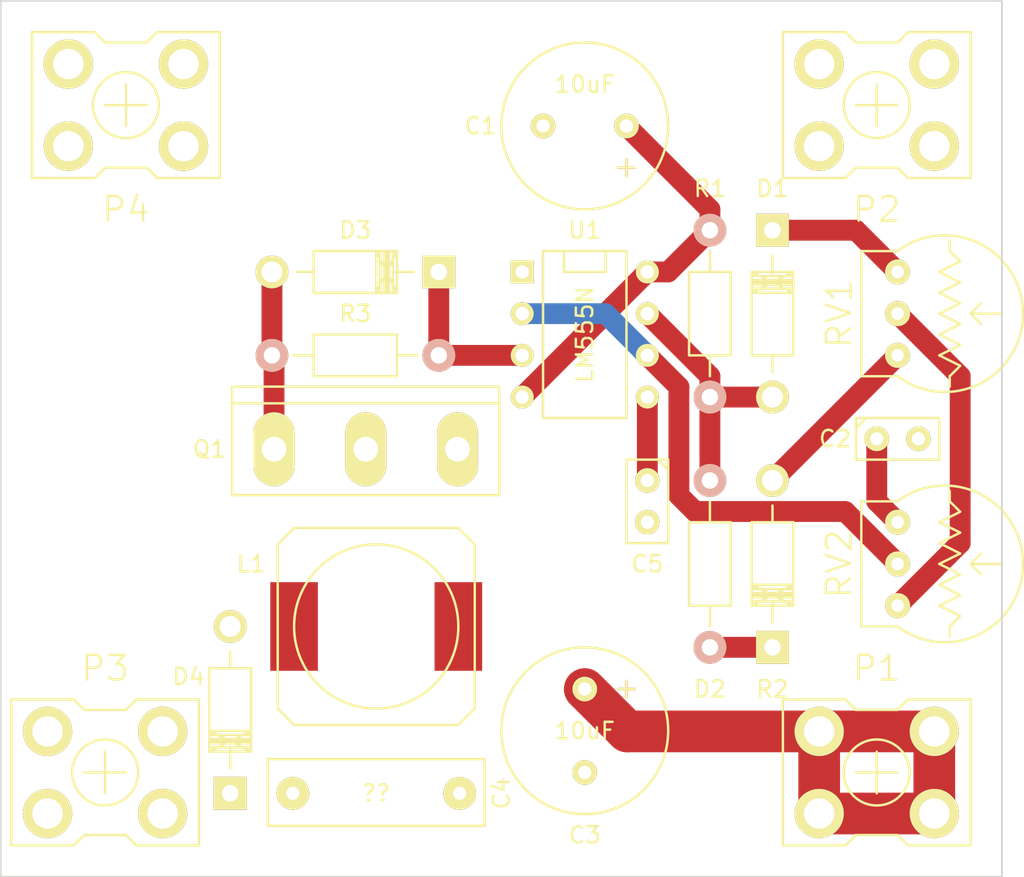
<source format=kicad_pcb>
(kicad_pcb (version 4) (host pcbnew 0.201502181246+5430~21~ubuntu14.04.1-product)

  (general
    (links 45)
    (no_connects 0)
    (area 71.161001 52.019999 142.589011 105.460001)
    (thickness 1.6)
    (drawings 4)
    (tracks 37)
    (zones 0)
    (modules 21)
    (nets 15)
  )

  (page A4)
  (layers
    (0 F.Cu signal)
    (31 B.Cu signal)
    (32 B.Adhes user)
    (33 F.Adhes user)
    (34 B.Paste user)
    (35 F.Paste user)
    (36 B.SilkS user)
    (37 F.SilkS user)
    (38 B.Mask user)
    (39 F.Mask user)
    (40 Dwgs.User user)
    (41 Cmts.User user)
    (42 Eco1.User user)
    (43 Eco2.User user)
    (44 Edge.Cuts user)
    (45 Margin user)
    (46 B.CrtYd user)
    (47 F.CrtYd user)
    (48 B.Fab user)
    (49 F.Fab user)
  )

  (setup
    (last_trace_width 0.254)
    (user_trace_width 1.27)
    (user_trace_width 2.54)
    (trace_clearance 0.254)
    (zone_clearance 0.508)
    (zone_45_only yes)
    (trace_min 0.254)
    (segment_width 0.2)
    (edge_width 0.1)
    (via_size 0.889)
    (via_drill 0.635)
    (via_min_size 0.889)
    (via_min_drill 0.508)
    (uvia_size 0.508)
    (uvia_drill 0.127)
    (uvias_allowed no)
    (uvia_min_size 0.508)
    (uvia_min_drill 0.127)
    (pcb_text_width 0.3)
    (pcb_text_size 1.5 1.5)
    (mod_edge_width 0.15)
    (mod_text_size 1 1)
    (mod_text_width 0.15)
    (pad_size 1.5 1.5)
    (pad_drill 0.6)
    (pad_to_mask_clearance 0)
    (aux_axis_origin 0 0)
    (visible_elements FFFFFF7F)
    (pcbplotparams
      (layerselection 0x010f0_80000001)
      (usegerberextensions false)
      (excludeedgelayer true)
      (linewidth 0.100000)
      (plotframeref false)
      (viasonmask false)
      (mode 1)
      (useauxorigin false)
      (hpglpennumber 1)
      (hpglpenspeed 20)
      (hpglpendiameter 15)
      (hpglpenoverlay 2)
      (psnegative false)
      (psa4output false)
      (plotreference true)
      (plotvalue true)
      (plotinvisibletext false)
      (padsonsilk false)
      (subtractmaskfromsilk false)
      (outputformat 1)
      (mirror false)
      (drillshape 0)
      (scaleselection 1)
      (outputdirectory /home/quasar/dev/boards/testboarddelete/boost_regulator_simple/gerbers/))
  )

  (net 0 "")
  (net 1 GND)
  (net 2 VCC)
  (net 3 "Net-(C2-Pad1)")
  (net 4 "Net-(C5-Pad1)")
  (net 5 "Net-(D1-Pad1)")
  (net 6 "Net-(D1-Pad2)")
  (net 7 "Net-(D2-Pad1)")
  (net 8 "Net-(D2-Pad2)")
  (net 9 "Net-(D3-Pad2)")
  (net 10 "Net-(RV1-Pad2)")
  (net 11 "Net-(RV2-Pad2)")
  (net 12 /BOOST_OUT)
  (net 13 "Net-(D3-Pad1)")
  (net 14 "Net-(D4-Pad1)")

  (net_class Default "This is the default net class."
    (clearance 0.254)
    (trace_width 0.254)
    (via_dia 0.889)
    (via_drill 0.635)
    (uvia_dia 0.508)
    (uvia_drill 0.127)
    (add_net /BOOST_OUT)
    (add_net GND)
    (add_net "Net-(C2-Pad1)")
    (add_net "Net-(C5-Pad1)")
    (add_net "Net-(D1-Pad1)")
    (add_net "Net-(D1-Pad2)")
    (add_net "Net-(D2-Pad1)")
    (add_net "Net-(D2-Pad2)")
    (add_net "Net-(D3-Pad1)")
    (add_net "Net-(D3-Pad2)")
    (add_net "Net-(D4-Pad1)")
    (add_net "Net-(RV1-Pad2)")
    (add_net "Net-(RV2-Pad2)")
    (add_net VCC)
  )

  (module Capacitors_Elko_ThroughHole:Elko_vert_20x10mm_RM5 (layer F.Cu) (tedit 5454A3C5) (tstamp 54F14C63)
    (at 118.11 59.69 180)
    (descr "Electrolytic Capacitor, vertical, diameter 10mm, RM 5mm, radial,")
    (tags "Electrolytic Capacitor, vertical, diameter 10mm, RM 5mm, Elko, Electrolytkondensator, Kondensator gepolt, Durchmesser 10mm, radial,")
    (path /54F15B73)
    (fp_text reference C1 (at 8.89 0 180) (layer F.SilkS)
      (effects (font (size 1 1) (thickness 0.15)))
    )
    (fp_text value 10uF (at 2.54 2.54 180) (layer F.SilkS)
      (effects (font (size 1 1) (thickness 0.15)))
    )
    (fp_line (start 0 -3.048) (end 0 -2.032) (layer F.SilkS) (width 0.15))
    (fp_line (start -0.508 -2.54) (end 0.508 -2.54) (layer F.SilkS) (width 0.15))
    (fp_line (start -0.508 -2.54) (end 0.508 -2.54) (layer F.Cu) (width 0.15))
    (fp_line (start 0 -3.048) (end 0 -2.032) (layer F.Cu) (width 0.15))
    (fp_circle (center 2.54 0) (end 7.62 0) (layer F.SilkS) (width 0.15))
    (pad 2 thru_hole circle (at 5.08 0 180) (size 1.50114 1.50114) (drill 0.8001) (layers *.Cu *.Mask F.SilkS)
      (net 1 GND))
    (pad 1 thru_hole circle (at 0 0 180) (size 1.50114 1.50114) (drill 0.8001) (layers *.Cu *.Mask F.SilkS)
      (net 2 VCC))
    (model Capacitors_Elko_ThroughHole/Elko_vert_20x10mm_RM5.wrl
      (at (xyz 0 0 0))
      (scale (xyz 1 1 1))
      (rotate (xyz 0 0 0))
    )
  )

  (module Capacitors_ThroughHole:Capacitor3MMDiscRM2.5 (layer F.Cu) (tedit 54F14C31) (tstamp 54F14F7D)
    (at 134.62 78.74)
    (descr Capacitor3MMDiscRM2.5)
    (tags C)
    (path /54F132E5)
    (fp_text reference C2 (at -3.81 0) (layer F.SilkS)
      (effects (font (size 1 1) (thickness 0.15)))
    )
    (fp_text value 1uF (at 0 -2.286) (layer F.SilkS) hide
      (effects (font (size 1 1) (thickness 0.15)))
    )
    (fp_line (start -2.4892 -1.27) (end 2.54 -1.27) (layer F.SilkS) (width 0.15))
    (fp_line (start 2.54 -1.27) (end 2.54 1.27) (layer F.SilkS) (width 0.15))
    (fp_line (start 2.54 1.27) (end -2.54 1.27) (layer F.SilkS) (width 0.15))
    (fp_line (start -2.54 1.27) (end -2.54 -1.27) (layer F.SilkS) (width 0.15))
    (fp_line (start -2.54 -0.635) (end -1.905 -1.27) (layer F.SilkS) (width 0.15))
    (pad 1 thru_hole circle (at -1.27 0) (size 1.50114 1.50114) (drill 0.8001) (layers *.Cu *.Mask F.SilkS)
      (net 3 "Net-(C2-Pad1)"))
    (pad 2 thru_hole circle (at 1.27 0) (size 1.50114 1.50114) (drill 0.8001) (layers *.Cu *.Mask F.SilkS)
      (net 1 GND))
    (model Capacitors_ThroughHole/Capacitor3MMDiscRM2.5.wrl
      (at (xyz 0 0 0))
      (scale (xyz 1 1 1))
      (rotate (xyz 0 0 0))
    )
  )

  (module Capacitors_Elko_ThroughHole:Elko_vert_20x10mm_RM5 (layer F.Cu) (tedit 5454A3C5) (tstamp 54F21881)
    (at 115.57 93.98 270)
    (descr "Electrolytic Capacitor, vertical, diameter 10mm, RM 5mm, radial,")
    (tags "Electrolytic Capacitor, vertical, diameter 10mm, RM 5mm, Elko, Electrolytkondensator, Kondensator gepolt, Durchmesser 10mm, radial,")
    (path /54F1478F)
    (fp_text reference C3 (at 8.89 0 360) (layer F.SilkS)
      (effects (font (size 1 1) (thickness 0.15)))
    )
    (fp_text value 10uF (at 2.54 0 360) (layer F.SilkS)
      (effects (font (size 1 1) (thickness 0.15)))
    )
    (fp_line (start 0 -3.048) (end 0 -2.032) (layer F.SilkS) (width 0.15))
    (fp_line (start -0.508 -2.54) (end 0.508 -2.54) (layer F.SilkS) (width 0.15))
    (fp_line (start -0.508 -2.54) (end 0.508 -2.54) (layer F.Cu) (width 0.15))
    (fp_line (start 0 -3.048) (end 0 -2.032) (layer F.Cu) (width 0.15))
    (fp_circle (center 2.54 0) (end 7.62 0) (layer F.SilkS) (width 0.15))
    (pad 2 thru_hole circle (at 5.08 0 270) (size 1.50114 1.50114) (drill 0.8001) (layers *.Cu *.Mask F.SilkS)
      (net 1 GND))
    (pad 1 thru_hole circle (at 0 0 270) (size 1.50114 1.50114) (drill 0.8001) (layers *.Cu *.Mask F.SilkS)
      (net 2 VCC))
    (model Capacitors_Elko_ThroughHole/Elko_vert_20x10mm_RM5.wrl
      (at (xyz 0 0 0))
      (scale (xyz 1 1 1))
      (rotate (xyz 0 0 0))
    )
  )

  (module Capacitors_ThroughHole:Capacitor3MMDiscRM2.5 (layer F.Cu) (tedit 54F14C31) (tstamp 54F14C7B)
    (at 119.38 82.55 270)
    (descr Capacitor3MMDiscRM2.5)
    (tags C)
    (path /54F13206)
    (fp_text reference C5 (at 3.81 0 360) (layer F.SilkS)
      (effects (font (size 1 1) (thickness 0.15)))
    )
    (fp_text value 0.01uF (at 0 -2.286 270) (layer F.SilkS) hide
      (effects (font (size 1 1) (thickness 0.15)))
    )
    (fp_line (start -2.4892 -1.27) (end 2.54 -1.27) (layer F.SilkS) (width 0.15))
    (fp_line (start 2.54 -1.27) (end 2.54 1.27) (layer F.SilkS) (width 0.15))
    (fp_line (start 2.54 1.27) (end -2.54 1.27) (layer F.SilkS) (width 0.15))
    (fp_line (start -2.54 1.27) (end -2.54 -1.27) (layer F.SilkS) (width 0.15))
    (fp_line (start -2.54 -0.635) (end -1.905 -1.27) (layer F.SilkS) (width 0.15))
    (pad 1 thru_hole circle (at -1.27 0 270) (size 1.50114 1.50114) (drill 0.8001) (layers *.Cu *.Mask F.SilkS)
      (net 4 "Net-(C5-Pad1)"))
    (pad 2 thru_hole circle (at 1.27 0 270) (size 1.50114 1.50114) (drill 0.8001) (layers *.Cu *.Mask F.SilkS)
      (net 1 GND))
    (model Capacitors_ThroughHole/Capacitor3MMDiscRM2.5.wrl
      (at (xyz 0 0 0))
      (scale (xyz 1 1 1))
      (rotate (xyz 0 0 0))
    )
  )

  (module Diodes_ThroughHole:Diode_DO-41_SOD81_Horizontal_RM10 (layer F.Cu) (tedit 54F14C31) (tstamp 54F14C81)
    (at 127 71.12 90)
    (descr "Diode, DO-41, SOD81, Horizontal, RM 10mm,")
    (tags "Diode, DO-41, SOD81, Horizontal, RM 10mm, 1N4007, SB140,")
    (path /54F152B2)
    (fp_text reference D1 (at 7.62 0 180) (layer F.SilkS)
      (effects (font (size 1 1) (thickness 0.15)))
    )
    (fp_text value DIODE (at -1.016 -3.556 90) (layer F.SilkS) hide
      (effects (font (size 1 1) (thickness 0.15)))
    )
    (fp_line (start -2.54 0) (end -3.556 0) (layer F.SilkS) (width 0.15))
    (fp_line (start 2.286 0) (end 3.556 0) (layer F.SilkS) (width 0.15))
    (fp_line (start 2.032 -1.27) (end 2.032 1.27) (layer F.SilkS) (width 0.15))
    (fp_line (start 1.778 -1.27) (end 1.778 1.27) (layer F.SilkS) (width 0.15))
    (fp_line (start 1.524 -1.27) (end 1.524 1.27) (layer F.SilkS) (width 0.15))
    (fp_line (start 2.286 -1.27) (end 2.286 1.27) (layer F.SilkS) (width 0.15))
    (fp_line (start 1.27 -1.27) (end 2.54 1.27) (layer F.SilkS) (width 0.15))
    (fp_line (start 2.54 -1.27) (end 1.27 1.27) (layer F.SilkS) (width 0.15))
    (fp_line (start 1.27 -1.27) (end 1.27 1.27) (layer F.SilkS) (width 0.15))
    (fp_line (start 1.905 -1.27) (end 1.905 1.27) (layer F.SilkS) (width 0.15))
    (fp_line (start 2.54 1.27) (end 2.54 -1.27) (layer F.SilkS) (width 0.15))
    (fp_line (start 2.54 -1.27) (end -2.54 -1.27) (layer F.SilkS) (width 0.15))
    (fp_line (start -2.54 -1.27) (end -2.54 1.27) (layer F.SilkS) (width 0.15))
    (fp_line (start -2.54 1.27) (end 2.54 1.27) (layer F.SilkS) (width 0.15))
    (pad 1 thru_hole circle (at -5.08 0 90) (size 1.99898 1.99898) (drill 1.27) (layers *.Cu *.Mask F.SilkS)
      (net 5 "Net-(D1-Pad1)"))
    (pad 2 thru_hole rect (at 5.08 0 90) (size 1.99898 1.99898) (drill 1.00076) (layers *.Cu *.Mask F.SilkS)
      (net 6 "Net-(D1-Pad2)"))
  )

  (module Diodes_ThroughHole:Diode_DO-41_SOD81_Horizontal_RM10 (layer F.Cu) (tedit 54F14C31) (tstamp 54F14C87)
    (at 127 86.36 270)
    (descr "Diode, DO-41, SOD81, Horizontal, RM 10mm,")
    (tags "Diode, DO-41, SOD81, Horizontal, RM 10mm, 1N4007, SB140,")
    (path /54F1519E)
    (fp_text reference D2 (at 7.62 3.81 360) (layer F.SilkS)
      (effects (font (size 1 1) (thickness 0.15)))
    )
    (fp_text value DIODE (at -1.016 -3.556 270) (layer F.SilkS) hide
      (effects (font (size 1 1) (thickness 0.15)))
    )
    (fp_line (start -2.54 0) (end -3.556 0) (layer F.SilkS) (width 0.15))
    (fp_line (start 2.286 0) (end 3.556 0) (layer F.SilkS) (width 0.15))
    (fp_line (start 2.032 -1.27) (end 2.032 1.27) (layer F.SilkS) (width 0.15))
    (fp_line (start 1.778 -1.27) (end 1.778 1.27) (layer F.SilkS) (width 0.15))
    (fp_line (start 1.524 -1.27) (end 1.524 1.27) (layer F.SilkS) (width 0.15))
    (fp_line (start 2.286 -1.27) (end 2.286 1.27) (layer F.SilkS) (width 0.15))
    (fp_line (start 1.27 -1.27) (end 2.54 1.27) (layer F.SilkS) (width 0.15))
    (fp_line (start 2.54 -1.27) (end 1.27 1.27) (layer F.SilkS) (width 0.15))
    (fp_line (start 1.27 -1.27) (end 1.27 1.27) (layer F.SilkS) (width 0.15))
    (fp_line (start 1.905 -1.27) (end 1.905 1.27) (layer F.SilkS) (width 0.15))
    (fp_line (start 2.54 1.27) (end 2.54 -1.27) (layer F.SilkS) (width 0.15))
    (fp_line (start 2.54 -1.27) (end -2.54 -1.27) (layer F.SilkS) (width 0.15))
    (fp_line (start -2.54 -1.27) (end -2.54 1.27) (layer F.SilkS) (width 0.15))
    (fp_line (start -2.54 1.27) (end 2.54 1.27) (layer F.SilkS) (width 0.15))
    (pad 1 thru_hole circle (at -5.08 0 270) (size 1.99898 1.99898) (drill 1.27) (layers *.Cu *.Mask F.SilkS)
      (net 7 "Net-(D2-Pad1)"))
    (pad 2 thru_hole rect (at 5.08 0 270) (size 1.99898 1.99898) (drill 1.00076) (layers *.Cu *.Mask F.SilkS)
      (net 8 "Net-(D2-Pad2)"))
  )

  (module Diodes_ThroughHole:Diode_DO-41_SOD81_Horizontal_RM10 (layer F.Cu) (tedit 54F14C31) (tstamp 54F14C8D)
    (at 101.6 68.58)
    (descr "Diode, DO-41, SOD81, Horizontal, RM 10mm,")
    (tags "Diode, DO-41, SOD81, Horizontal, RM 10mm, 1N4007, SB140,")
    (path /54F17EE6)
    (fp_text reference D3 (at 0 -2.54) (layer F.SilkS)
      (effects (font (size 1 1) (thickness 0.15)))
    )
    (fp_text value DIODE (at -1.016 -3.556) (layer F.SilkS) hide
      (effects (font (size 1 1) (thickness 0.15)))
    )
    (fp_line (start -2.54 0) (end -3.556 0) (layer F.SilkS) (width 0.15))
    (fp_line (start 2.286 0) (end 3.556 0) (layer F.SilkS) (width 0.15))
    (fp_line (start 2.032 -1.27) (end 2.032 1.27) (layer F.SilkS) (width 0.15))
    (fp_line (start 1.778 -1.27) (end 1.778 1.27) (layer F.SilkS) (width 0.15))
    (fp_line (start 1.524 -1.27) (end 1.524 1.27) (layer F.SilkS) (width 0.15))
    (fp_line (start 2.286 -1.27) (end 2.286 1.27) (layer F.SilkS) (width 0.15))
    (fp_line (start 1.27 -1.27) (end 2.54 1.27) (layer F.SilkS) (width 0.15))
    (fp_line (start 2.54 -1.27) (end 1.27 1.27) (layer F.SilkS) (width 0.15))
    (fp_line (start 1.27 -1.27) (end 1.27 1.27) (layer F.SilkS) (width 0.15))
    (fp_line (start 1.905 -1.27) (end 1.905 1.27) (layer F.SilkS) (width 0.15))
    (fp_line (start 2.54 1.27) (end 2.54 -1.27) (layer F.SilkS) (width 0.15))
    (fp_line (start 2.54 -1.27) (end -2.54 -1.27) (layer F.SilkS) (width 0.15))
    (fp_line (start -2.54 -1.27) (end -2.54 1.27) (layer F.SilkS) (width 0.15))
    (fp_line (start -2.54 1.27) (end 2.54 1.27) (layer F.SilkS) (width 0.15))
    (pad 1 thru_hole circle (at -5.08 0) (size 1.99898 1.99898) (drill 1.27) (layers *.Cu *.Mask F.SilkS)
      (net 13 "Net-(D3-Pad1)"))
    (pad 2 thru_hole rect (at 5.08 0) (size 1.99898 1.99898) (drill 1.00076) (layers *.Cu *.Mask F.SilkS)
      (net 9 "Net-(D3-Pad2)"))
  )

  (module Diodes_ThroughHole:Diode_DO-41_SOD81_Horizontal_RM10 (layer F.Cu) (tedit 54F14C31) (tstamp 54F2929E)
    (at 93.98 95.25 270)
    (descr "Diode, DO-41, SOD81, Horizontal, RM 10mm,")
    (tags "Diode, DO-41, SOD81, Horizontal, RM 10mm, 1N4007, SB140,")
    (path /54F13CD4)
    (fp_text reference D4 (at -2.032 2.54 360) (layer F.SilkS)
      (effects (font (size 1 1) (thickness 0.15)))
    )
    (fp_text value DIODE (at -1.016 -3.556 270) (layer F.SilkS) hide
      (effects (font (size 1 1) (thickness 0.15)))
    )
    (fp_line (start -2.54 0) (end -3.556 0) (layer F.SilkS) (width 0.15))
    (fp_line (start 2.286 0) (end 3.556 0) (layer F.SilkS) (width 0.15))
    (fp_line (start 2.032 -1.27) (end 2.032 1.27) (layer F.SilkS) (width 0.15))
    (fp_line (start 1.778 -1.27) (end 1.778 1.27) (layer F.SilkS) (width 0.15))
    (fp_line (start 1.524 -1.27) (end 1.524 1.27) (layer F.SilkS) (width 0.15))
    (fp_line (start 2.286 -1.27) (end 2.286 1.27) (layer F.SilkS) (width 0.15))
    (fp_line (start 1.27 -1.27) (end 2.54 1.27) (layer F.SilkS) (width 0.15))
    (fp_line (start 2.54 -1.27) (end 1.27 1.27) (layer F.SilkS) (width 0.15))
    (fp_line (start 1.27 -1.27) (end 1.27 1.27) (layer F.SilkS) (width 0.15))
    (fp_line (start 1.905 -1.27) (end 1.905 1.27) (layer F.SilkS) (width 0.15))
    (fp_line (start 2.54 1.27) (end 2.54 -1.27) (layer F.SilkS) (width 0.15))
    (fp_line (start 2.54 -1.27) (end -2.54 -1.27) (layer F.SilkS) (width 0.15))
    (fp_line (start -2.54 -1.27) (end -2.54 1.27) (layer F.SilkS) (width 0.15))
    (fp_line (start -2.54 1.27) (end 2.54 1.27) (layer F.SilkS) (width 0.15))
    (pad 1 thru_hole circle (at -5.08 0 270) (size 1.99898 1.99898) (drill 1.27) (layers *.Cu *.Mask F.SilkS)
      (net 14 "Net-(D4-Pad1)"))
    (pad 2 thru_hole rect (at 5.08 0 270) (size 1.99898 1.99898) (drill 1.00076) (layers *.Cu *.Mask F.SilkS)
      (net 12 /BOOST_OUT))
  )

  (module Inductors:SELF-WE-PD-XXL (layer F.Cu) (tedit 54F2A0AF) (tstamp 54F222A3)
    (at 102.87 90.17 180)
    (descr "SELF- WE-PD-XXL")
    (path /54F1393D)
    (attr smd)
    (fp_text reference L1 (at 7.62 3.81 360) (layer F.SilkS)
      (effects (font (size 1 1) (thickness 0.15)))
    )
    (fp_text value INDUCTOR (at 1.80086 0 270) (layer F.SilkS) hide
      (effects (font (size 1 1) (thickness 0.15)))
    )
    (fp_circle (center 0 0) (end 0 -5.00126) (layer F.SilkS) (width 0.15))
    (fp_line (start -5.99948 0) (end -5.99948 -5.00126) (layer F.SilkS) (width 0.15))
    (fp_line (start -5.99948 -5.00126) (end -5.00126 -5.99948) (layer F.SilkS) (width 0.15))
    (fp_line (start -5.00126 -5.99948) (end 5.00126 -5.99948) (layer F.SilkS) (width 0.15))
    (fp_line (start 5.00126 -5.99948) (end 5.99948 -5.00126) (layer F.SilkS) (width 0.15))
    (fp_line (start 5.99948 -5.00126) (end 5.99948 5.00126) (layer F.SilkS) (width 0.15))
    (fp_line (start 5.99948 5.00126) (end 5.00126 5.99948) (layer F.SilkS) (width 0.15))
    (fp_line (start 5.00126 5.99948) (end -5.00126 5.99948) (layer F.SilkS) (width 0.15))
    (fp_line (start -5.00126 5.99948) (end -5.99948 5.00126) (layer F.SilkS) (width 0.15))
    (fp_line (start -5.99948 5.00126) (end -5.99948 0) (layer F.SilkS) (width 0.15))
    (fp_text user "" (at 0 0 180) (layer F.SilkS)
      (effects (font (size 1 1) (thickness 0.15)))
    )
    (fp_text user "" (at 0 0 180) (layer F.SilkS)
      (effects (font (size 1 1) (thickness 0.15)))
    )
    (pad 1 smd rect (at -5.00126 0 180) (size 2.90068 5.40004) (layers F.Cu F.Paste F.Mask)
      (net 2 VCC))
    (pad 2 smd rect (at 5.00126 0 180) (size 2.90068 5.40004) (layers F.Cu F.Paste F.Mask)
      (net 14 "Net-(D4-Pad1)"))
    (model Inductors/SELF-WE-PD-XXL.wrl
      (at (xyz 0 0 0))
      (scale (xyz 1 1 1))
      (rotate (xyz 0 0 0))
    )
  )

  (module Resistors_ThroughHole:Resistor_Horizontal_RM10mm (layer F.Cu) (tedit 53F56209) (tstamp 54F14CA6)
    (at 123.19 71.12 270)
    (descr "Resistor, Axial,  RM 10mm, 1/3W,")
    (tags "Resistor, Axial, RM 10mm, 1/3W,")
    (path /54F15933)
    (fp_text reference R1 (at -7.62 0 360) (layer F.SilkS)
      (effects (font (size 1 1) (thickness 0.15)))
    )
    (fp_text value 1k (at 3.81 3.81 270) (layer F.SilkS) hide
      (effects (font (size 1 1) (thickness 0.15)))
    )
    (fp_line (start -2.54 -1.27) (end 2.54 -1.27) (layer F.SilkS) (width 0.15))
    (fp_line (start 2.54 -1.27) (end 2.54 1.27) (layer F.SilkS) (width 0.15))
    (fp_line (start 2.54 1.27) (end -2.54 1.27) (layer F.SilkS) (width 0.15))
    (fp_line (start -2.54 1.27) (end -2.54 -1.27) (layer F.SilkS) (width 0.15))
    (fp_line (start -2.54 0) (end -3.81 0) (layer F.SilkS) (width 0.15))
    (fp_line (start 2.54 0) (end 3.81 0) (layer F.SilkS) (width 0.15))
    (pad 1 thru_hole circle (at -5.08 0 270) (size 1.99898 1.99898) (drill 1.00076) (layers *.Cu *.SilkS *.Mask)
      (net 2 VCC))
    (pad 2 thru_hole circle (at 5.08 0 270) (size 1.99898 1.99898) (drill 1.00076) (layers *.Cu *.SilkS *.Mask)
      (net 5 "Net-(D1-Pad1)"))
    (model Resistors_ThroughHole/Resistor_Horizontal_RM10mm.wrl
      (at (xyz 0 0 0))
      (scale (xyz 0.4 0.4 0.4))
      (rotate (xyz 0 0 0))
    )
  )

  (module Resistors_ThroughHole:Resistor_Horizontal_RM10mm (layer F.Cu) (tedit 53F56209) (tstamp 54F14CAC)
    (at 123.19 86.36 270)
    (descr "Resistor, Axial,  RM 10mm, 1/3W,")
    (tags "Resistor, Axial, RM 10mm, 1/3W,")
    (path /54F1572E)
    (fp_text reference R2 (at 7.62 -3.81 360) (layer F.SilkS)
      (effects (font (size 1 1) (thickness 0.15)))
    )
    (fp_text value 1k (at 3.81 3.81 270) (layer F.SilkS) hide
      (effects (font (size 1 1) (thickness 0.15)))
    )
    (fp_line (start -2.54 -1.27) (end 2.54 -1.27) (layer F.SilkS) (width 0.15))
    (fp_line (start 2.54 -1.27) (end 2.54 1.27) (layer F.SilkS) (width 0.15))
    (fp_line (start 2.54 1.27) (end -2.54 1.27) (layer F.SilkS) (width 0.15))
    (fp_line (start -2.54 1.27) (end -2.54 -1.27) (layer F.SilkS) (width 0.15))
    (fp_line (start -2.54 0) (end -3.81 0) (layer F.SilkS) (width 0.15))
    (fp_line (start 2.54 0) (end 3.81 0) (layer F.SilkS) (width 0.15))
    (pad 1 thru_hole circle (at -5.08 0 270) (size 1.99898 1.99898) (drill 1.00076) (layers *.Cu *.SilkS *.Mask)
      (net 5 "Net-(D1-Pad1)"))
    (pad 2 thru_hole circle (at 5.08 0 270) (size 1.99898 1.99898) (drill 1.00076) (layers *.Cu *.SilkS *.Mask)
      (net 8 "Net-(D2-Pad2)"))
    (model Resistors_ThroughHole/Resistor_Horizontal_RM10mm.wrl
      (at (xyz 0 0 0))
      (scale (xyz 0.4 0.4 0.4))
      (rotate (xyz 0 0 0))
    )
  )

  (module Resistors_ThroughHole:Resistor_Horizontal_RM10mm (layer F.Cu) (tedit 53F56209) (tstamp 54F14CB2)
    (at 101.6 73.66)
    (descr "Resistor, Axial,  RM 10mm, 1/3W,")
    (tags "Resistor, Axial, RM 10mm, 1/3W,")
    (path /54F17D7F)
    (fp_text reference R3 (at 0 -2.54) (layer F.SilkS)
      (effects (font (size 1 1) (thickness 0.15)))
    )
    (fp_text value 1k (at 3.81 3.81) (layer F.SilkS) hide
      (effects (font (size 1 1) (thickness 0.15)))
    )
    (fp_line (start -2.54 -1.27) (end 2.54 -1.27) (layer F.SilkS) (width 0.15))
    (fp_line (start 2.54 -1.27) (end 2.54 1.27) (layer F.SilkS) (width 0.15))
    (fp_line (start 2.54 1.27) (end -2.54 1.27) (layer F.SilkS) (width 0.15))
    (fp_line (start -2.54 1.27) (end -2.54 -1.27) (layer F.SilkS) (width 0.15))
    (fp_line (start -2.54 0) (end -3.81 0) (layer F.SilkS) (width 0.15))
    (fp_line (start 2.54 0) (end 3.81 0) (layer F.SilkS) (width 0.15))
    (pad 1 thru_hole circle (at -5.08 0) (size 1.99898 1.99898) (drill 1.00076) (layers *.Cu *.SilkS *.Mask)
      (net 13 "Net-(D3-Pad1)"))
    (pad 2 thru_hole circle (at 5.08 0) (size 1.99898 1.99898) (drill 1.00076) (layers *.Cu *.SilkS *.Mask)
      (net 9 "Net-(D3-Pad2)"))
    (model Resistors_ThroughHole/Resistor_Horizontal_RM10mm.wrl
      (at (xyz 0 0 0))
      (scale (xyz 0.4 0.4 0.4))
      (rotate (xyz 0 0 0))
    )
  )

  (module Sockets_DIP:DIP-8__300 (layer F.Cu) (tedit 54F14C2F) (tstamp 54F14CCC)
    (at 115.57 72.39 270)
    (descr "8 pins DIL package, round pads")
    (tags DIL)
    (path /54F12BC5)
    (fp_text reference U1 (at -6.35 0 360) (layer F.SilkS)
      (effects (font (size 1 1) (thickness 0.15)))
    )
    (fp_text value LM555N (at 0 0 270) (layer F.SilkS)
      (effects (font (size 1 1) (thickness 0.15)))
    )
    (fp_line (start -5.08 -1.27) (end -3.81 -1.27) (layer F.SilkS) (width 0.15))
    (fp_line (start -3.81 -1.27) (end -3.81 1.27) (layer F.SilkS) (width 0.15))
    (fp_line (start -3.81 1.27) (end -5.08 1.27) (layer F.SilkS) (width 0.15))
    (fp_line (start -5.08 -2.54) (end 5.08 -2.54) (layer F.SilkS) (width 0.15))
    (fp_line (start 5.08 -2.54) (end 5.08 2.54) (layer F.SilkS) (width 0.15))
    (fp_line (start 5.08 2.54) (end -5.08 2.54) (layer F.SilkS) (width 0.15))
    (fp_line (start -5.08 2.54) (end -5.08 -2.54) (layer F.SilkS) (width 0.15))
    (pad 1 thru_hole rect (at -3.81 3.81 270) (size 1.397 1.397) (drill 0.8128) (layers *.Cu *.Mask F.SilkS)
      (net 1 GND))
    (pad 2 thru_hole circle (at -1.27 3.81 270) (size 1.397 1.397) (drill 0.8128) (layers *.Cu *.Mask F.SilkS)
      (net 11 "Net-(RV2-Pad2)"))
    (pad 3 thru_hole circle (at 1.27 3.81 270) (size 1.397 1.397) (drill 0.8128) (layers *.Cu *.Mask F.SilkS)
      (net 9 "Net-(D3-Pad2)"))
    (pad 4 thru_hole circle (at 3.81 3.81 270) (size 1.397 1.397) (drill 0.8128) (layers *.Cu *.Mask F.SilkS)
      (net 2 VCC))
    (pad 5 thru_hole circle (at 3.81 -3.81 270) (size 1.397 1.397) (drill 0.8128) (layers *.Cu *.Mask F.SilkS)
      (net 4 "Net-(C5-Pad1)"))
    (pad 6 thru_hole circle (at 1.27 -3.81 270) (size 1.397 1.397) (drill 0.8128) (layers *.Cu *.Mask F.SilkS)
      (net 11 "Net-(RV2-Pad2)"))
    (pad 7 thru_hole circle (at -1.27 -3.81 270) (size 1.397 1.397) (drill 0.8128) (layers *.Cu *.Mask F.SilkS)
      (net 5 "Net-(D1-Pad1)"))
    (pad 8 thru_hole circle (at -3.81 -3.81 270) (size 1.397 1.397) (drill 0.8128) (layers *.Cu *.Mask F.SilkS)
      (net 2 VCC))
    (model Sockets_DIP/DIP-8__300.wrl
      (at (xyz 0 0 0))
      (scale (xyz 1 1 1))
      (rotate (xyz 0 0 0))
    )
  )

  (module Capacitors_ThroughHole:Capacitor13x4RM10 (layer F.Cu) (tedit 54F14F28) (tstamp 54F14F37)
    (at 102.87 100.33)
    (descr "Capacitor non pol, 13x4mm")
    (path /54F1FE3F)
    (fp_text reference C4 (at 7.62 0 90) (layer F.SilkS)
      (effects (font (size 1 1) (thickness 0.15)))
    )
    (fp_text value ?? (at 0 0) (layer F.SilkS)
      (effects (font (size 1 1) (thickness 0.15)))
    )
    (fp_line (start 6.604 1.9812) (end -6.604 1.9812) (layer F.SilkS) (width 0.15))
    (fp_line (start -6.604 -2.0828) (end 6.604 -2.0828) (layer F.SilkS) (width 0.15))
    (fp_line (start 6.604 1.9812) (end 6.604 -2.0828) (layer F.SilkS) (width 0.15))
    (fp_line (start -6.604 -2.0828) (end -6.604 1.9812) (layer F.SilkS) (width 0.15))
    (pad 1 thru_hole circle (at -5.08 0) (size 1.99898 1.99898) (drill 0.8001) (layers *.Cu *.Mask F.SilkS)
      (net 12 /BOOST_OUT))
    (pad 2 thru_hole circle (at 5.08 0) (size 1.99898 1.99898) (drill 0.8001) (layers *.Cu *.Mask F.SilkS)
      (net 1 GND))
    (model Capacitors_ThroughHole/Capacitor13x4RM10.wrl
      (at (xyz 0 0 0))
      (scale (xyz 1 1 1))
      (rotate (xyz 0 0 0))
    )
  )

  (module NQBit:Screw_Terminal_x1 (layer F.Cu) (tedit 54F21EB5) (tstamp 54F2757B)
    (at 133.35 99.06 90)
    (descr http://www.digikey.com/product-detail/en/7693/7693K-ND/151562)
    (path /54F2CBF9)
    (fp_text reference P1 (at 6.35 0 180) (layer F.SilkS)
      (effects (font (size 1.5 1.5) (thickness 0.15)))
    )
    (fp_text value CONN_01X01 (at 0 -7.62 90) (layer F.Fab) hide
      (effects (font (size 1.5 1.5) (thickness 0.15)))
    )
    (fp_line (start -1.27 0) (end 1.27 0) (layer F.SilkS) (width 0.15))
    (fp_line (start 0 1.27) (end 0 -1.27) (layer F.SilkS) (width 0.15))
    (fp_circle (center 0 0) (end 1.905 0.635) (layer F.SilkS) (width 0.15))
    (fp_line (start -4.445 -1.905) (end -3.81 -1.27) (layer F.SilkS) (width 0.15))
    (fp_line (start -3.81 -1.27) (end -3.81 1.27) (layer F.SilkS) (width 0.15))
    (fp_line (start -3.81 1.27) (end -4.445 1.905) (layer F.SilkS) (width 0.15))
    (fp_line (start 4.445 1.905) (end 3.81 1.27) (layer F.SilkS) (width 0.15))
    (fp_line (start 3.81 1.27) (end 3.81 -1.27) (layer F.SilkS) (width 0.15))
    (fp_line (start 3.81 -1.27) (end 4.445 -1.905) (layer F.SilkS) (width 0.15))
    (fp_line (start 4.445 5.715) (end 4.445 1.905) (layer F.SilkS) (width 0.15))
    (fp_line (start -4.445 5.715) (end -4.445 1.905) (layer F.SilkS) (width 0.15))
    (fp_line (start -4.445 -5.715) (end -4.445 -1.905) (layer F.SilkS) (width 0.15))
    (fp_line (start 4.445 -5.715) (end 4.445 -1.905) (layer F.SilkS) (width 0.15))
    (fp_line (start -4.445 -5.715) (end 4.445 -5.715) (layer F.SilkS) (width 0.15))
    (fp_line (start 4.445 5.715) (end -4.445 5.715) (layer F.SilkS) (width 0.15))
    (pad 1 thru_hole circle (at 2.5 3.505 90) (size 3 3) (drill 1.85) (layers *.Cu *.Mask F.SilkS)
      (net 2 VCC))
    (pad 1 thru_hole circle (at -2.5 3.505 90) (size 3 3) (drill 1.85) (layers *.Cu *.Mask F.SilkS)
      (net 2 VCC))
    (pad 1 thru_hole circle (at -2.5 -3.505 90) (size 3 3) (drill 1.85) (layers *.Cu *.Mask F.SilkS)
      (net 2 VCC))
    (pad 1 thru_hole circle (at 2.5 -3.505 90) (size 3 3) (drill 1.85) (layers *.Cu *.Mask F.SilkS)
      (net 2 VCC))
  )

  (module NQBit:Screw_Terminal_x1 (layer F.Cu) (tedit 54F21EB6) (tstamp 54F22089)
    (at 133.35 58.42 90)
    (descr http://www.digikey.com/product-detail/en/7693/7693K-ND/151562)
    (path /54F2CADD)
    (fp_text reference P2 (at -6.35 0 180) (layer F.SilkS)
      (effects (font (size 1.5 1.5) (thickness 0.15)))
    )
    (fp_text value CONN_01X01 (at 0 -7.62 90) (layer F.Fab) hide
      (effects (font (size 1.5 1.5) (thickness 0.15)))
    )
    (fp_line (start -1.27 0) (end 1.27 0) (layer F.SilkS) (width 0.15))
    (fp_line (start 0 1.27) (end 0 -1.27) (layer F.SilkS) (width 0.15))
    (fp_circle (center 0 0) (end 1.905 0.635) (layer F.SilkS) (width 0.15))
    (fp_line (start -4.445 -1.905) (end -3.81 -1.27) (layer F.SilkS) (width 0.15))
    (fp_line (start -3.81 -1.27) (end -3.81 1.27) (layer F.SilkS) (width 0.15))
    (fp_line (start -3.81 1.27) (end -4.445 1.905) (layer F.SilkS) (width 0.15))
    (fp_line (start 4.445 1.905) (end 3.81 1.27) (layer F.SilkS) (width 0.15))
    (fp_line (start 3.81 1.27) (end 3.81 -1.27) (layer F.SilkS) (width 0.15))
    (fp_line (start 3.81 -1.27) (end 4.445 -1.905) (layer F.SilkS) (width 0.15))
    (fp_line (start 4.445 5.715) (end 4.445 1.905) (layer F.SilkS) (width 0.15))
    (fp_line (start -4.445 5.715) (end -4.445 1.905) (layer F.SilkS) (width 0.15))
    (fp_line (start -4.445 -5.715) (end -4.445 -1.905) (layer F.SilkS) (width 0.15))
    (fp_line (start 4.445 -5.715) (end 4.445 -1.905) (layer F.SilkS) (width 0.15))
    (fp_line (start -4.445 -5.715) (end 4.445 -5.715) (layer F.SilkS) (width 0.15))
    (fp_line (start 4.445 5.715) (end -4.445 5.715) (layer F.SilkS) (width 0.15))
    (pad 1 thru_hole circle (at 2.5 3.505 90) (size 3 3) (drill 1.85) (layers *.Cu *.Mask F.SilkS)
      (net 1 GND))
    (pad 1 thru_hole circle (at -2.5 3.505 90) (size 3 3) (drill 1.85) (layers *.Cu *.Mask F.SilkS)
      (net 1 GND))
    (pad 1 thru_hole circle (at -2.5 -3.505 90) (size 3 3) (drill 1.85) (layers *.Cu *.Mask F.SilkS)
      (net 1 GND))
    (pad 1 thru_hole circle (at 2.5 -3.505 90) (size 3 3) (drill 1.85) (layers *.Cu *.Mask F.SilkS)
      (net 1 GND))
  )

  (module NQBit:Screw_Terminal_x1 (layer F.Cu) (tedit 54F21EB0) (tstamp 54F220A0)
    (at 86.36 99.06 90)
    (descr http://www.digikey.com/product-detail/en/7693/7693K-ND/151562)
    (path /54F28B94)
    (fp_text reference P3 (at 6.35 0 180) (layer F.SilkS)
      (effects (font (size 1.5 1.5) (thickness 0.15)))
    )
    (fp_text value CONN_01X01 (at 0 -7.62 90) (layer F.Fab) hide
      (effects (font (size 1.5 1.5) (thickness 0.15)))
    )
    (fp_line (start -1.27 0) (end 1.27 0) (layer F.SilkS) (width 0.15))
    (fp_line (start 0 1.27) (end 0 -1.27) (layer F.SilkS) (width 0.15))
    (fp_circle (center 0 0) (end 1.905 0.635) (layer F.SilkS) (width 0.15))
    (fp_line (start -4.445 -1.905) (end -3.81 -1.27) (layer F.SilkS) (width 0.15))
    (fp_line (start -3.81 -1.27) (end -3.81 1.27) (layer F.SilkS) (width 0.15))
    (fp_line (start -3.81 1.27) (end -4.445 1.905) (layer F.SilkS) (width 0.15))
    (fp_line (start 4.445 1.905) (end 3.81 1.27) (layer F.SilkS) (width 0.15))
    (fp_line (start 3.81 1.27) (end 3.81 -1.27) (layer F.SilkS) (width 0.15))
    (fp_line (start 3.81 -1.27) (end 4.445 -1.905) (layer F.SilkS) (width 0.15))
    (fp_line (start 4.445 5.715) (end 4.445 1.905) (layer F.SilkS) (width 0.15))
    (fp_line (start -4.445 5.715) (end -4.445 1.905) (layer F.SilkS) (width 0.15))
    (fp_line (start -4.445 -5.715) (end -4.445 -1.905) (layer F.SilkS) (width 0.15))
    (fp_line (start 4.445 -5.715) (end 4.445 -1.905) (layer F.SilkS) (width 0.15))
    (fp_line (start -4.445 -5.715) (end 4.445 -5.715) (layer F.SilkS) (width 0.15))
    (fp_line (start 4.445 5.715) (end -4.445 5.715) (layer F.SilkS) (width 0.15))
    (pad 1 thru_hole circle (at 2.5 3.505 90) (size 3 3) (drill 1.85) (layers *.Cu *.Mask F.SilkS)
      (net 12 /BOOST_OUT))
    (pad 1 thru_hole circle (at -2.5 3.505 90) (size 3 3) (drill 1.85) (layers *.Cu *.Mask F.SilkS)
      (net 12 /BOOST_OUT))
    (pad 1 thru_hole circle (at -2.5 -3.505 90) (size 3 3) (drill 1.85) (layers *.Cu *.Mask F.SilkS)
      (net 12 /BOOST_OUT))
    (pad 1 thru_hole circle (at 2.5 -3.505 90) (size 3 3) (drill 1.85) (layers *.Cu *.Mask F.SilkS)
      (net 12 /BOOST_OUT))
  )

  (module NQBit:Screw_Terminal_x1 (layer F.Cu) (tedit 54F21EB2) (tstamp 54F2B04D)
    (at 87.63 58.42 90)
    (descr http://www.digikey.com/product-detail/en/7693/7693K-ND/151562)
    (path /54F28DA9)
    (fp_text reference P4 (at -6.35 0 180) (layer F.SilkS)
      (effects (font (size 1.5 1.5) (thickness 0.15)))
    )
    (fp_text value CONN_01X01 (at 0 -7.62 90) (layer F.Fab) hide
      (effects (font (size 1.5 1.5) (thickness 0.15)))
    )
    (fp_line (start -1.27 0) (end 1.27 0) (layer F.SilkS) (width 0.15))
    (fp_line (start 0 1.27) (end 0 -1.27) (layer F.SilkS) (width 0.15))
    (fp_circle (center 0 0) (end 1.905 0.635) (layer F.SilkS) (width 0.15))
    (fp_line (start -4.445 -1.905) (end -3.81 -1.27) (layer F.SilkS) (width 0.15))
    (fp_line (start -3.81 -1.27) (end -3.81 1.27) (layer F.SilkS) (width 0.15))
    (fp_line (start -3.81 1.27) (end -4.445 1.905) (layer F.SilkS) (width 0.15))
    (fp_line (start 4.445 1.905) (end 3.81 1.27) (layer F.SilkS) (width 0.15))
    (fp_line (start 3.81 1.27) (end 3.81 -1.27) (layer F.SilkS) (width 0.15))
    (fp_line (start 3.81 -1.27) (end 4.445 -1.905) (layer F.SilkS) (width 0.15))
    (fp_line (start 4.445 5.715) (end 4.445 1.905) (layer F.SilkS) (width 0.15))
    (fp_line (start -4.445 5.715) (end -4.445 1.905) (layer F.SilkS) (width 0.15))
    (fp_line (start -4.445 -5.715) (end -4.445 -1.905) (layer F.SilkS) (width 0.15))
    (fp_line (start 4.445 -5.715) (end 4.445 -1.905) (layer F.SilkS) (width 0.15))
    (fp_line (start -4.445 -5.715) (end 4.445 -5.715) (layer F.SilkS) (width 0.15))
    (fp_line (start 4.445 5.715) (end -4.445 5.715) (layer F.SilkS) (width 0.15))
    (pad 1 thru_hole circle (at 2.5 3.505 90) (size 3 3) (drill 1.85) (layers *.Cu *.Mask F.SilkS)
      (net 1 GND))
    (pad 1 thru_hole circle (at -2.5 3.505 90) (size 3 3) (drill 1.85) (layers *.Cu *.Mask F.SilkS)
      (net 1 GND))
    (pad 1 thru_hole circle (at -2.5 -3.505 90) (size 3 3) (drill 1.85) (layers *.Cu *.Mask F.SilkS)
      (net 1 GND))
    (pad 1 thru_hole circle (at 2.5 -3.505 90) (size 3 3) (drill 1.85) (layers *.Cu *.Mask F.SilkS)
      (net 1 GND))
  )

  (module NQBit:Potentiometer_Thumbwheel (layer F.Cu) (tedit 54F2214B) (tstamp 54F228CB)
    (at 134.62 71.12 90)
    (path /54F149D9)
    (fp_text reference RV1 (at 0 -3.556 90) (layer F.SilkS)
      (effects (font (size 1.5 1.5) (thickness 0.15)))
    )
    (fp_text value 1k (at 0 -5.08 90) (layer F.Fab) hide
      (effects (font (size 1.5 1.5) (thickness 0.15)))
    )
    (fp_line (start 0 4.445) (end 0.635 5.08) (layer F.SilkS) (width 0.15))
    (fp_line (start 0 6.35) (end 0 4.445) (layer F.SilkS) (width 0.15))
    (fp_line (start 0 4.445) (end -0.635 5.08) (layer F.SilkS) (width 0.15))
    (fp_line (start -3.175 3.81) (end -3.81 3.175) (layer F.SilkS) (width 0.15))
    (fp_line (start -3.81 3.175) (end -4.445 3.175) (layer F.SilkS) (width 0.15))
    (fp_line (start -3.175 3.81) (end -2.54 2.54) (layer F.SilkS) (width 0.15))
    (fp_line (start -2.54 2.54) (end -1.905 3.81) (layer F.SilkS) (width 0.15))
    (fp_line (start -1.905 3.81) (end -1.27 2.54) (layer F.SilkS) (width 0.15))
    (fp_line (start -1.27 2.54) (end -0.635 3.81) (layer F.SilkS) (width 0.15))
    (fp_line (start -0.635 3.81) (end 0 2.54) (layer F.SilkS) (width 0.15))
    (fp_line (start 0 2.54) (end 0.635 3.81) (layer F.SilkS) (width 0.15))
    (fp_line (start 0.635 3.81) (end 1.27 2.54) (layer F.SilkS) (width 0.15))
    (fp_line (start 1.27 2.54) (end 1.905 3.81) (layer F.SilkS) (width 0.15))
    (fp_line (start 1.905 3.81) (end 2.54 2.54) (layer F.SilkS) (width 0.15))
    (fp_line (start 2.54 2.54) (end 3.175 3.81) (layer F.SilkS) (width 0.15))
    (fp_line (start 3.175 3.81) (end 3.81 3.175) (layer F.SilkS) (width 0.15))
    (fp_line (start 3.81 3.175) (end 4.445 3.175) (layer F.SilkS) (width 0.15))
    (fp_arc (start 0 2.87) (end 3.81 0) (angle 253) (layer F.SilkS) (width 0.15))
    (fp_line (start -3.81 0) (end -3.81 -2.21) (layer F.SilkS) (width 0.15))
    (fp_line (start 3.81 0) (end 3.81 -2.21) (layer F.SilkS) (width 0.15))
    (fp_line (start -3.81 -2.21) (end 3.81 -2.21) (layer F.SilkS) (width 0.15))
    (pad 1 thru_hole circle (at -2.54 0 90) (size 1.524 1.524) (drill 0.762) (layers *.Cu *.Mask F.SilkS)
      (net 7 "Net-(D2-Pad1)"))
    (pad 2 thru_hole circle (at 0 0 90) (size 1.524 1.524) (drill 0.762) (layers *.Cu *.Mask F.SilkS)
      (net 10 "Net-(RV1-Pad2)"))
    (pad 3 thru_hole circle (at 2.54 0 90) (size 1.524 1.524) (drill 0.762) (layers *.Cu *.Mask F.SilkS)
      (net 6 "Net-(D1-Pad2)"))
  )

  (module NQBit:Potentiometer_Thumbwheel (layer F.Cu) (tedit 54F2214B) (tstamp 54F228E6)
    (at 134.62 86.36 90)
    (path /54F14BA7)
    (fp_text reference RV2 (at 0 -3.556 90) (layer F.SilkS)
      (effects (font (size 1.5 1.5) (thickness 0.15)))
    )
    (fp_text value 1k (at 0 -5.08 90) (layer F.Fab) hide
      (effects (font (size 1.5 1.5) (thickness 0.15)))
    )
    (fp_line (start 0 4.445) (end 0.635 5.08) (layer F.SilkS) (width 0.15))
    (fp_line (start 0 6.35) (end 0 4.445) (layer F.SilkS) (width 0.15))
    (fp_line (start 0 4.445) (end -0.635 5.08) (layer F.SilkS) (width 0.15))
    (fp_line (start -3.175 3.81) (end -3.81 3.175) (layer F.SilkS) (width 0.15))
    (fp_line (start -3.81 3.175) (end -4.445 3.175) (layer F.SilkS) (width 0.15))
    (fp_line (start -3.175 3.81) (end -2.54 2.54) (layer F.SilkS) (width 0.15))
    (fp_line (start -2.54 2.54) (end -1.905 3.81) (layer F.SilkS) (width 0.15))
    (fp_line (start -1.905 3.81) (end -1.27 2.54) (layer F.SilkS) (width 0.15))
    (fp_line (start -1.27 2.54) (end -0.635 3.81) (layer F.SilkS) (width 0.15))
    (fp_line (start -0.635 3.81) (end 0 2.54) (layer F.SilkS) (width 0.15))
    (fp_line (start 0 2.54) (end 0.635 3.81) (layer F.SilkS) (width 0.15))
    (fp_line (start 0.635 3.81) (end 1.27 2.54) (layer F.SilkS) (width 0.15))
    (fp_line (start 1.27 2.54) (end 1.905 3.81) (layer F.SilkS) (width 0.15))
    (fp_line (start 1.905 3.81) (end 2.54 2.54) (layer F.SilkS) (width 0.15))
    (fp_line (start 2.54 2.54) (end 3.175 3.81) (layer F.SilkS) (width 0.15))
    (fp_line (start 3.175 3.81) (end 3.81 3.175) (layer F.SilkS) (width 0.15))
    (fp_line (start 3.81 3.175) (end 4.445 3.175) (layer F.SilkS) (width 0.15))
    (fp_arc (start 0 2.87) (end 3.81 0) (angle 253) (layer F.SilkS) (width 0.15))
    (fp_line (start -3.81 0) (end -3.81 -2.21) (layer F.SilkS) (width 0.15))
    (fp_line (start 3.81 0) (end 3.81 -2.21) (layer F.SilkS) (width 0.15))
    (fp_line (start -3.81 -2.21) (end 3.81 -2.21) (layer F.SilkS) (width 0.15))
    (pad 1 thru_hole circle (at -2.54 0 90) (size 1.524 1.524) (drill 0.762) (layers *.Cu *.Mask F.SilkS)
      (net 10 "Net-(RV1-Pad2)"))
    (pad 2 thru_hole circle (at 0 0 90) (size 1.524 1.524) (drill 0.762) (layers *.Cu *.Mask F.SilkS)
      (net 11 "Net-(RV2-Pad2)"))
    (pad 3 thru_hole circle (at 2.54 0 90) (size 1.524 1.524) (drill 0.762) (layers *.Cu *.Mask F.SilkS)
      (net 3 "Net-(C2-Pad1)"))
  )

  (module NQBit:TO-247_Vertical_Neutral123 (layer F.Cu) (tedit 54F2731D) (tstamp 54F29DF5)
    (at 102.235 79.375)
    (descr "TO-247 TO-218 TOP-3 FET 1=Gate 2=Drain 3=Source Vertical")
    (tags "Transistor FET TO-247 TO-218 TOP-3 Vertical")
    (path /54F3106E)
    (fp_text reference Q1 (at -9.525 0) (layer F.SilkS)
      (effects (font (size 1 1) (thickness 0.15)))
    )
    (fp_text value MOSFET-N (at -1.016 8.128) (layer F.SilkS) hide
      (effects (font (size 1 1) (thickness 0.15)))
    )
    (fp_line (start 8.128 -3.81) (end 8.128 -2.794) (layer F.SilkS) (width 0.15))
    (fp_line (start -8.128 -3.81) (end 8.128 -3.81) (layer F.SilkS) (width 0.15))
    (fp_line (start -8.128 -2.794) (end -8.128 -3.81) (layer F.SilkS) (width 0.15))
    (fp_line (start 8.128 2.794) (end 8.128 -2.794) (layer F.SilkS) (width 0.15))
    (fp_line (start 8.128 -2.794) (end -8.128 -2.794) (layer F.SilkS) (width 0.15))
    (fp_line (start -8.128 -2.794) (end -8.128 2.794) (layer F.SilkS) (width 0.15))
    (fp_line (start -8.128 2.794) (end 8.128 2.794) (layer F.SilkS) (width 0.15))
    (pad 2 thru_hole oval (at 0 0 90) (size 4.50088 2.49936) (drill 1.50114) (layers *.Cu *.Mask F.SilkS)
      (net 14 "Net-(D4-Pad1)"))
    (pad 1 thru_hole oval (at -5.588 0 90) (size 4.50088 2.49936) (drill 1.50114) (layers *.Cu *.Mask F.SilkS)
      (net 13 "Net-(D3-Pad1)"))
    (pad 3 thru_hole oval (at 5.588 0 90) (size 4.50088 2.49936) (drill 1.50114) (layers *.Cu *.Mask F.SilkS)
      (net 1 GND))
  )

  (gr_line (start 140.97 105.41) (end 140.97 52.07) (layer Edge.Cuts) (width 0.1) (tstamp 54F2767D))
  (gr_line (start 80.01 105.41) (end 140.97 105.41) (layer Edge.Cuts) (width 0.1) (tstamp 54F27670))
  (gr_line (start 80.01 52.07) (end 80.01 105.41) (layer Edge.Cuts) (width 0.1))
  (gr_line (start 140.97 52.07) (end 80.01 52.07) (layer Edge.Cuts) (width 0.1))

  (segment (start 111.76 76.2) (end 119.38 68.58) (width 1.27) (layer F.Cu) (net 2) (status 30))
  (segment (start 119.38 68.58) (end 120.65 68.58) (width 1.27) (layer F.Cu) (net 2) (status 10))
  (segment (start 120.65 68.58) (end 123.19 66.04) (width 1.27) (layer F.Cu) (net 2) (status 20))
  (segment (start 129.845 101.56) (end 129.845 96.56) (width 2.54) (layer F.Cu) (net 2) (status 30))
  (segment (start 129.845 101.56) (end 136.855 101.56) (width 2.54) (layer F.Cu) (net 2) (status 30))
  (segment (start 136.855 101.56) (end 136.855 96.56) (width 2.54) (layer F.Cu) (net 2) (status 30))
  (segment (start 129.845 96.56) (end 136.855 96.56) (width 2.54) (layer F.Cu) (net 2) (status 30))
  (segment (start 115.57 93.98) (end 118.15 96.56) (width 2.54) (layer F.Cu) (net 2) (status 10))
  (segment (start 118.15 96.56) (end 129.845 96.56) (width 2.54) (layer F.Cu) (net 2) (status 20))
  (segment (start 123.19 64.77) (end 118.11 59.69) (width 1.27) (layer F.Cu) (net 2))
  (segment (start 123.19 66.04) (end 123.19 64.77) (width 1.27) (layer F.Cu) (net 2))
  (segment (start 133.35 82.55) (end 134.62 83.82) (width 1.27) (layer F.Cu) (net 3) (status 20))
  (segment (start 133.35 78.74) (end 133.35 82.55) (width 1.27) (layer F.Cu) (net 3) (status 10))
  (segment (start 119.38 81.28) (end 119.38 76.2) (width 1.27) (layer F.Cu) (net 4) (status 30))
  (segment (start 123.19 81.28) (end 123.19 76.2) (width 1.27) (layer F.Cu) (net 5) (status 30))
  (segment (start 123.19 76.2) (end 127 76.2) (width 1.27) (layer F.Cu) (net 5) (status 30))
  (segment (start 123.19 74.93) (end 123.19 76.2) (width 1.27) (layer F.Cu) (net 5) (status 20))
  (segment (start 119.38 71.12) (end 123.19 74.93) (width 1.27) (layer F.Cu) (net 5) (status 10))
  (segment (start 132.08 66.04) (end 134.62 68.58) (width 1.27) (layer F.Cu) (net 6) (status 20))
  (segment (start 127 66.04) (end 132.08 66.04) (width 1.27) (layer F.Cu) (net 6) (status 10))
  (segment (start 127 81.28) (end 134.62 73.66) (width 1.27) (layer F.Cu) (net 7) (status 30))
  (segment (start 127 91.44) (end 123.19 91.44) (width 1.27) (layer F.Cu) (net 8) (status 30))
  (segment (start 106.68 73.66) (end 111.76 73.66) (width 1.27) (layer F.Cu) (net 9) (status 30))
  (segment (start 106.68 68.58) (end 106.68 73.66) (width 1.27) (layer F.Cu) (net 9) (status 30))
  (segment (start 138.43 85.09) (end 134.62 88.9) (width 1.27) (layer F.Cu) (net 10) (status 20))
  (segment (start 138.43 74.93) (end 138.43 85.09) (width 1.27) (layer F.Cu) (net 10))
  (segment (start 134.62 71.12) (end 138.43 74.93) (width 1.27) (layer F.Cu) (net 10) (status 10))
  (segment (start 111.76 71.12) (end 116.84 71.12) (width 1.27) (layer B.Cu) (net 11) (status 10))
  (segment (start 116.84 71.12) (end 119.38 73.66) (width 1.27) (layer B.Cu) (net 11) (status 20))
  (segment (start 121.301509 82.186477) (end 121.301509 75.581509) (width 1.27) (layer F.Cu) (net 11))
  (segment (start 122.283523 83.168491) (end 121.301509 82.186477) (width 1.27) (layer F.Cu) (net 11))
  (segment (start 121.301509 75.581509) (end 119.38 73.66) (width 1.27) (layer F.Cu) (net 11) (status 20))
  (segment (start 131.428491 83.168491) (end 122.283523 83.168491) (width 1.27) (layer F.Cu) (net 11))
  (segment (start 134.62 86.36) (end 131.428491 83.168491) (width 1.27) (layer F.Cu) (net 11) (status 10))
  (segment (start 96.52 68.58) (end 96.52 73.66) (width 1.27) (layer F.Cu) (net 13))
  (segment (start 96.647 79.375) (end 96.647 73.787) (width 1.27) (layer F.Cu) (net 13))
  (segment (start 96.647 73.787) (end 96.52 73.66) (width 1.27) (layer F.Cu) (net 13))

  (zone (net 1) (net_name GND) (layer B.Cu) (tstamp 54F2AF0A) (hatch edge 0.508)
    (connect_pads (clearance 0.508))
    (min_thickness 0.254)
    (fill (arc_segments 16) (thermal_gap 0.508) (thermal_bridge_width 0.508))
    (polygon
      (pts
        (xy 81.28 53.34) (xy 139.7 53.34) (xy 139.7 104.14) (xy 113.03 104.14) (xy 107.442 104.14)
        (xy 105.41 102.108) (xy 105.41 74.93) (xy 104.14 73.66) (xy 83.82 73.66) (xy 81.28 71.12)
      )
    )
  )
  (zone (net 1) (net_name GND) (layer F.Cu) (tstamp 54F29BA8) (hatch edge 0.508)
    (connect_pads (clearance 0.508))
    (min_thickness 0.254)
    (fill (arc_segments 16) (thermal_gap 0.508) (thermal_bridge_width 0.508))
    (polygon
      (pts
        (xy 81.28 53.34) (xy 139.7 53.34) (xy 139.7 104.14) (xy 107.442 104.14) (xy 105.41 102.108)
        (xy 105.41 98.171) (xy 107.061 96.52) (xy 120.65 96.52) (xy 121.92 95.25) (xy 118.11 91.44)
        (xy 116.84 90.17) (xy 114.3 87.63) (xy 113.03 86.36) (xy 113.03 73.66) (xy 102.87 73.66)
        (xy 83.82 73.66) (xy 81.28 71.12)
      )
    )
  )
  (zone (net 14) (net_name "Net-(D4-Pad1)") (layer F.Cu) (tstamp 54F29E1B) (hatch edge 0.508)
    (connect_pads yes (clearance 0.508))
    (min_thickness 0.254)
    (fill (arc_segments 16) (thermal_gap 0.508) (thermal_bridge_width 0.508))
    (polygon
      (pts
        (xy 101.092 78.105) (xy 101.092 85.979) (xy 99.695 87.376) (xy 94.234 87.376) (xy 92.71 88.9)
        (xy 92.71 91.44) (xy 94.234 92.964) (xy 99.695 92.964) (xy 103.378 89.281) (xy 103.378 78.105)
      )
    )
  )
  (zone (net 12) (net_name /BOOST_OUT) (layer F.Cu) (tstamp 54F29511) (hatch edge 0.508)
    (connect_pads yes (clearance 0.508))
    (min_thickness 0.254)
    (fill (arc_segments 16) (thermal_gap 0.508) (thermal_bridge_width 0.508))
    (polygon
      (pts
        (xy 98.425 99.06) (xy 99.06 99.695) (xy 99.06 100.965) (xy 98.425 101.6) (xy 92.075 101.6)
        (xy 90.17 103.505) (xy 82.55 103.505) (xy 81.28 102.235) (xy 81.28 95.885) (xy 82.55 94.615)
        (xy 90.17 94.615) (xy 91.44 95.885) (xy 91.44 97.79) (xy 92.71 99.06)
      )
    )
  )
  (zone (net 2) (net_name VCC) (layer F.Cu) (tstamp 54F29E2F) (hatch edge 0.508)
    (connect_pads yes (clearance 0.508))
    (min_thickness 0.254)
    (fill (arc_segments 16) (thermal_gap 0.508) (thermal_bridge_width 0.508))
    (polygon
      (pts
        (xy 116.459 93.218) (xy 115.189 91.948) (xy 112.4585 89.2175) (xy 112.4585 76.2) (xy 111.76 75.565)
        (xy 111.0615 76.2) (xy 111.0615 84.0105) (xy 109.347 85.725) (xy 108.077 85.725) (xy 106.3625 87.4395)
        (xy 106.3625 92.9005) (xy 108.077 94.615) (xy 108.712 95.25) (xy 115.57 95.25) (xy 116.459 94.361)
      )
    )
  )
)

</source>
